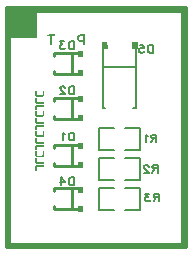
<source format=gbo>
G04 Layer: BottomSilkscreenLayer*
G04 EasyEDA Pro v1.9.29, 2023-03-16 20:55:29*
G04 Gerber Generator version 0.3*
G04 Scale: 100 percent, Rotated: No, Reflected: No*
G04 Dimensions in millimeters*
G04 Leading zeros omitted, absolute positions, 3 integers and 3 decimals*
%FSLAX33Y33*%
%MOMM*%
%ADD10C,0.1524*%
%ADD11C,0.254*%
%ADD12C,0.0254*%
%ADD13C,0.399999*%
%ADD14C,0.00508*%
G75*


G04 Text Start*
G04 //text: P*
G36*
G01X6474Y18029D02*
G01X6250Y18028D01*
G01X6236Y18027D01*
G01X6220Y18025D01*
G01X6208Y18023D01*
G01X6178Y18017D01*
G01X6164Y18012D01*
G01X6145Y18006D01*
G01X6137Y18001D01*
G01X6114Y17988D01*
G01X6106Y17982D01*
G01X6102Y17980D01*
G01X6098Y17976D01*
G01X6090Y17970D01*
G01X6085Y17965D01*
G01X6078Y17957D01*
G01X6073Y17952D01*
G01X6069Y17949D01*
G01X6066Y17947D01*
G01X6061Y17941D01*
G01X6058Y17936D01*
G01X6045Y17914D01*
G01X6041Y17907D01*
G01X6029Y17882D01*
G01X6025Y17871D01*
G01X6019Y17854D01*
G01X6017Y17846D01*
G01X6014Y17828D01*
G01X6012Y17818D01*
G01X6010Y17808D01*
G01X6009Y17797D01*
G01X6008Y17790D01*
G01X6007Y17785D01*
G01X6006Y17774D01*
G01Y17737D01*
G01Y17712D01*
G01X6183D01*
G01Y17744D01*
G01X6185Y17759D01*
G01X6186Y17767D01*
G01X6187Y17779D01*
G01X6190Y17790D01*
G01X6194Y17806D01*
G01X6195Y17811D01*
G01X6197Y17815D01*
G01X6200Y17820D01*
G01X6203Y17827D01*
G01X6207Y17836D01*
G01X6213Y17846D01*
G01X6218Y17850D01*
G01X6220Y17852D01*
G01X6221D01*
G01X6222Y17853D01*
G01X6225Y17854D01*
G01X6232Y17855D01*
G01X6241Y17856D01*
G01X6265Y17858D01*
G01X6360Y17860D01*
G01X6487Y17859D01*
G01X6498Y17858D01*
G01X6510Y17856D01*
G01Y17726D01*
G01X6508Y17628D01*
G01X6506Y17603D01*
G01X6505Y17596D01*
G01X6504Y17594D01*
G01X6499Y17592D01*
G01X6496Y17590D01*
G01X6495D01*
G01X6488Y17589D01*
G01X6379Y17588D01*
G01X6329D01*
G01X6257Y17590D01*
G01X6251D01*
G01X6245Y17591D01*
G01X6239Y17592D01*
G01X6233Y17594D01*
G01X6226Y17597D01*
G01X6216Y17603D01*
G01X6212Y17607D01*
G01X6207Y17614D01*
G01X6204Y17618D01*
G01X6202Y17622D01*
G01X6201Y17625D01*
G01X6198Y17631D01*
G01X6194Y17639D01*
G01X6192Y17643D01*
G01X6190Y17650D01*
G01X6187Y17663D01*
G01X6186Y17673D01*
G01X6184Y17679D01*
G01X6183Y17688D01*
G01Y17712D01*
G01X6006D01*
G01X6007Y17690D01*
G01X6008Y17676D01*
G01X6011Y17645D01*
G01X6015Y17622D01*
G01X6017Y17612D01*
G01X6021Y17599D01*
G01X6024Y17585D01*
G01X6027Y17576D01*
G01X6033Y17564D01*
G01X6036Y17552D01*
G01X6039Y17546D01*
G01X6045Y17536D01*
G01X6051Y17525D01*
G01X6055Y17519D01*
G01X6058Y17516D01*
G01X6062Y17510D01*
G01X6070Y17499D01*
G01X6073Y17495D01*
G01X6075Y17491D01*
G01X6081Y17487D01*
G01X6086Y17482D01*
G01X6089Y17478D01*
G01X6092Y17475D01*
G01X6098Y17471D01*
G01X6111Y17462D01*
G01X6124Y17453D01*
G01X6128Y17450D01*
G01X6133Y17448D01*
G01X6138Y17446D01*
G01X6157Y17438D01*
G01X6173Y17432D01*
G01X6181Y17430D01*
G01X6199Y17427D01*
G01X6209Y17425D01*
G01X6212Y17424D01*
G01X6213D01*
G01X6219D01*
G01X6356Y17422D01*
G01X6430D01*
G01X6490Y17420D01*
G01X6498Y17419D01*
G01X6500D01*
G01X6502Y17418D01*
G01X6503Y17417D01*
G01Y17416D01*
G01X6504Y17414D01*
G01X6505Y17408D01*
G01X6506Y17400D01*
G01X6508Y17377D01*
G01X6510Y17267D01*
G01X6511Y17129D01*
G01X6512Y17111D01*
G01X6514Y17099D01*
G01X6604D01*
G01X6683Y17100D01*
G01X6695Y17101D01*
G01X6697D01*
G01Y17104D01*
G01X6699Y17556D01*
G01X6697Y18010D01*
G01Y18019D01*
G01X6695Y18029D01*
G37*
G04 //text: T*
G36*
G01X3888Y17101D02*
G01X3886Y17101D01*
G01X3874Y17100D01*
G01X3793Y17099D01*
G01X3701D01*
G01Y17856D01*
G01X3689Y17858D01*
G01X3680Y17859D01*
G01X3575Y17860D01*
G01X3505Y17861D01*
G01X3485Y17862D01*
G01X3476Y17864D01*
G01X3470Y17865D01*
G01X3467Y17866D01*
G01X3466D01*
G01X3465Y17867D01*
G01Y17868D01*
G01X3464Y17871D01*
G01X3463Y17876D01*
G01X3462Y17892D01*
G01X3461Y17948D01*
G01Y17989D01*
G01X3463Y18004D01*
G01X3464Y18012D01*
G01X3465Y18019D01*
G01X3466Y18022D01*
G01X3467Y18023D01*
G01Y18024D01*
G01X3468Y18025D01*
G01X3471Y18026D01*
G01X3483D01*
G01X3799Y18029D01*
G01X4122D01*
G01X4124Y18019D01*
G01X4125Y18016D01*
G01X4126Y17994D01*
G01Y17936D01*
G01Y17864D01*
G01X4115Y17861D01*
G01X4106D01*
G01X4000Y17860D01*
G01X3894D01*
G01X3892Y17850D01*
G01Y17842D01*
G01X3890Y17472D01*
G01X3888Y17105D01*
G01Y17102D01*
G01Y17101D01*
G37*
G04 //text: JLCJLCJLCJLC*
G36*
G01X2455Y9518D02*
G01X2455Y9520D01*
G01X2454Y9531D01*
G01X2453Y9690D01*
G01Y9857D01*
G01X2462Y9858D01*
G01X2465Y9859D01*
G01X2483Y9860D01*
G01X2530D01*
G01X2590D01*
G01X2592Y9850D01*
G01X2593Y9833D01*
G01Y9700D01*
G01X2594Y9557D01*
G01X2595Y9552D01*
G01X2597Y9546D01*
G01X2599Y9534D01*
G01X2601Y9529D01*
G01X2603Y9526D01*
G01X2610Y9515D01*
G01X2614Y9510D01*
G01X2621Y9505D01*
G01X2625Y9501D01*
G01X2629Y9496D01*
G01X2631Y9494D01*
G01X2634Y9493D01*
G01X2640Y9491D01*
G01X2646Y9488D01*
G01X2650Y9486D01*
G01X2653Y9484D01*
G01X2658Y9483D01*
G01X2668Y9482D01*
G01X2679Y9481D01*
G01X2842Y9480D01*
G01X3000Y9481D01*
G01X3005Y9482D01*
G01X3011Y9483D01*
G01X3022Y9486D01*
G01X3030Y9488D01*
G01X3042Y9494D01*
G01X3052Y9498D01*
G01X3057Y9501D01*
G01X3059Y9503D01*
G01X3066Y9508D01*
G01X3071Y9512D01*
G01X3073Y9515D01*
G01X3076Y9518D01*
G01X3078Y9522D01*
G01X3087Y9535D01*
G01X3090Y9541D01*
G01X3093Y9550D01*
G01X3094Y9552D01*
G01Y9559D01*
G01X3096Y9604D01*
G01X3097Y9707D01*
G01X3099Y9822D01*
G01X3100Y9842D01*
G01X3101Y9852D01*
G01X3102Y9854D01*
G01Y9855D01*
G01X3103Y9856D01*
G01Y9857D01*
G01X3106D01*
G01X3110Y9858D01*
G01X3124Y9859D01*
G01X3172Y9860D01*
G01X3211Y9859D01*
G01X3223Y9858D01*
G01X3231Y9857D01*
G01X3234Y9856D01*
G01X3236D01*
G01Y9855D01*
G01X3237D01*
G01Y9854D01*
G01Y9851D01*
G01X3238Y9837D01*
G01X3240Y9688D01*
G01X3239Y9527D01*
G01X3238Y9522D01*
G01Y9519D01*
G01X3236Y9509D01*
G01X3234Y9497D01*
G01X3233Y9492D01*
G01X3231Y9485D01*
G01X3227Y9477D01*
G01X3224Y9467D01*
G01X3222Y9460D01*
G01X3220Y9457D01*
G01X3213Y9443D01*
G01X3210Y9437D01*
G01X3198Y9418D01*
G01X3196Y9414D01*
G01X3192Y9410D01*
G01X3190Y9408D01*
G01X3186Y9405D01*
G01X3184Y9403D01*
G01X3183Y9401D01*
G01X3181Y9396D01*
G01X3179Y9394D01*
G01X3177Y9392D01*
G01X3173Y9388D01*
G01X3168Y9384D01*
G01X3165Y9379D01*
G01X3162Y9377D01*
G01X3159Y9374D01*
G01X3149Y9368D01*
G01X3144Y9364D01*
G01X3137Y9358D01*
G01X3123Y9348D01*
G01X3120Y9346D01*
G01X3116Y9344D01*
G01X3112Y9342D01*
G01X3108Y9340D01*
G01X3092Y9334D01*
G01X3090Y9333D01*
G01X3068Y9327D01*
G01X3059Y9324D01*
G01X3049Y9323D01*
G01X3042Y9322D01*
G01X3012Y9318D01*
G01X3001D01*
G01X2832Y9317D01*
G01X2667Y9318D01*
G01X2662D01*
G01X2659Y9319D01*
G01X2653Y9320D01*
G01X2644D01*
G01X2638Y9322D01*
G01X2623Y9327D01*
G01X2607Y9333D01*
G01X2599Y9336D01*
G01X2593Y9339D01*
G01X2586Y9343D01*
G01X2574Y9348D01*
G01X2570Y9350D01*
G01X2567Y9353D01*
G01X2552Y9363D01*
G01X2542Y9370D01*
G01X2538Y9373D01*
G01X2530Y9380D01*
G01X2525Y9385D01*
G01X2518Y9390D01*
G01X2516Y9392D01*
G01X2514Y9394D01*
G01X2513Y9396D01*
G01X2511Y9401D01*
G01X2509Y9403D01*
G01X2507Y9405D01*
G01X2503Y9409D01*
G01X2500Y9411D01*
G01X2498Y9414D01*
G01X2494Y9422D01*
G01X2491Y9427D01*
G01X2486Y9433D01*
G01X2484Y9437D01*
G01X2482Y9441D01*
G01X2475Y9457D01*
G01X2470Y9467D01*
G01X2466Y9482D01*
G01X2455Y9518D01*
G37*
G36*
G01X2455Y11222D02*
G01X2455Y11223D01*
G01X2454Y11234D01*
G01X2453Y11393D01*
G01Y11560D01*
G01X2462Y11562D01*
G01X2465D01*
G01X2483Y11563D01*
G01X2530D01*
G01X2590D01*
G01X2592Y11553D01*
G01X2593Y11537D01*
G01Y11403D01*
G01X2594Y11260D01*
G01X2595Y11256D01*
G01X2597Y11249D01*
G01X2599Y11238D01*
G01X2601Y11233D01*
G01X2603Y11230D01*
G01X2610Y11218D01*
G01X2614Y11214D01*
G01X2621Y11208D01*
G01X2625Y11204D01*
G01X2629Y11199D01*
G01X2631Y11198D01*
G01X2634Y11196D01*
G01X2640Y11194D01*
G01X2646Y11192D01*
G01X2650Y11189D01*
G01X2653Y11188D01*
G01X2658Y11186D01*
G01X2668Y11185D01*
G01X2679Y11184D01*
G01X2842Y11183D01*
G01X3000Y11185D01*
G01X3005D01*
G01X3011Y11187D01*
G01X3022Y11189D01*
G01X3030Y11192D01*
G01X3042Y11198D01*
G01X3052Y11202D01*
G01X3057Y11204D01*
G01X3059Y11206D01*
G01X3066Y11212D01*
G01X3071Y11215D01*
G01X3073Y11218D01*
G01X3076Y11221D01*
G01X3078Y11225D01*
G01X3087Y11238D01*
G01X3090Y11245D01*
G01X3093Y11253D01*
G01X3094Y11255D01*
G01Y11262D01*
G01X3096Y11308D01*
G01X3097Y11410D01*
G01X3099Y11525D01*
G01X3100Y11545D01*
G01X3101Y11555D01*
G01X3102Y11558D01*
G01Y11559D01*
G01X3103D01*
G01Y11560D01*
G01X3106Y11561D01*
G01X3110D01*
G01X3124Y11563D01*
G01X3172D01*
G01X3211D01*
G01X3223Y11562D01*
G01X3231Y11561D01*
G01X3234Y11560D01*
G01X3236Y11559D01*
G01X3237Y11558D01*
G01Y11557D01*
G01Y11555D01*
G01X3238Y11540D01*
G01X3240Y11392D01*
G01X3239Y11230D01*
G01X3238Y11225D01*
G01Y11222D01*
G01X3236Y11213D01*
G01X3234Y11200D01*
G01X3233Y11195D01*
G01X3231Y11188D01*
G01X3227Y11180D01*
G01X3224Y11170D01*
G01X3222Y11163D01*
G01X3220Y11160D01*
G01X3213Y11147D01*
G01X3210Y11140D01*
G01X3198Y11122D01*
G01X3196Y11118D01*
G01X3192Y11113D01*
G01X3190Y11111D01*
G01X3186Y11108D01*
G01X3184Y11106D01*
G01X3183Y11104D01*
G01X3181Y11099D01*
G01X3179Y11097D01*
G01X3177Y11095D01*
G01X3173Y11092D01*
G01X3168Y11087D01*
G01X3165Y11083D01*
G01X3162Y11080D01*
G01X3159Y11078D01*
G01X3149Y11071D01*
G01X3144Y11068D01*
G01X3137Y11062D01*
G01X3123Y11052D01*
G01X3120Y11049D01*
G01X3116Y11047D01*
G01X3112Y11045D01*
G01X3108Y11043D01*
G01X3092Y11038D01*
G01X3090Y11037D01*
G01X3068Y11030D01*
G01X3059Y11028D01*
G01X3049Y11026D01*
G01X3042Y11025D01*
G01X3012Y11022D01*
G01X3001Y11021D01*
G01X2832Y11020D01*
G01X2667Y11021D01*
G01X2662Y11022D01*
G01X2659D01*
G01X2653Y11023D01*
G01X2644Y11024D01*
G01X2638Y11025D01*
G01X2623Y11030D01*
G01X2607Y11036D01*
G01X2599Y11039D01*
G01X2593Y11043D01*
G01X2586Y11047D01*
G01X2574Y11052D01*
G01X2570Y11054D01*
G01X2567Y11056D01*
G01X2552Y11067D01*
G01X2542Y11074D01*
G01X2538Y11077D01*
G01X2530Y11084D01*
G01X2525Y11088D01*
G01X2518Y11093D01*
G01X2516Y11095D01*
G01X2514Y11097D01*
G01X2513Y11099D01*
G01X2511Y11104D01*
G01X2509Y11106D01*
G01X2507Y11108D01*
G01X2503Y11112D01*
G01X2500Y11114D01*
G01X2498Y11117D01*
G01X2494Y11125D01*
G01X2491Y11130D01*
G01X2486Y11137D01*
G01X2484Y11140D01*
G01X2482Y11144D01*
G01X2475Y11160D01*
G01X2470Y11170D01*
G01X2466Y11186D01*
G01X2455Y11222D01*
G37*
G36*
G01X2457Y12918D02*
G01X2456Y12920D01*
G01Y12928D01*
G01X2454Y13023D01*
G01X2453Y13097D01*
G01Y13263D01*
G01X2465Y13265D01*
G01X2471Y13266D01*
G01X2502Y13267D01*
G01X2532D01*
G01X2565Y13266D01*
G01X2576Y13265D01*
G01X2585Y13264D01*
G01X2587Y13263D01*
G01X2589D01*
G01Y13262D01*
G01X2590D01*
G01Y13260D01*
G01X2591Y13258D01*
G01X2592Y13245D01*
G01X2593Y13110D01*
G01X2594Y12964D01*
G01X2595Y12959D01*
G01X2597Y12953D01*
G01X2599Y12941D01*
G01X2601Y12936D01*
G01X2603Y12933D01*
G01X2610Y12922D01*
G01X2612Y12919D01*
G01X2616Y12914D01*
G01X2621Y12909D01*
G01X2628Y12904D01*
G01X2632Y12902D01*
G01X2638Y12898D01*
G01X2644Y12895D01*
G01X2648Y12893D01*
G01X2655Y12891D01*
G01X2661Y12889D01*
G01X2665Y12888D01*
G01X2685Y12885D01*
G01X2690D01*
G01X2830Y12883D01*
G01X2963Y12884D01*
G01X2968Y12885D01*
G01X2971Y12886D01*
G01X2976D01*
G01X2988Y12887D01*
G01X2998D01*
G01X3005Y12888D01*
G01X3025Y12893D01*
G01X3033Y12896D01*
G01X3040Y12898D01*
G01X3043Y12900D01*
G01X3052Y12905D01*
G01X3058Y12908D01*
G01X3062Y12911D01*
G01X3067Y12915D01*
G01X3069Y12917D01*
G01X3072Y12921D01*
G01X3076Y12925D01*
G01X3081Y12929D01*
G01X3083Y12931D01*
G01X3084Y12934D01*
G01X3086Y12940D01*
G01X3088Y12946D01*
G01X3092Y12951D01*
G01X3093Y12955D01*
G01X3094Y12960D01*
G01X3095Y12965D01*
G01Y12970D01*
G01X3097Y13118D01*
G01X3098Y13229D01*
G01X3100Y13248D01*
G01X3101Y13255D01*
G01X3102Y13260D01*
G01Y13262D01*
G01X3103Y13263D01*
G01X3106Y13264D01*
G01X3110Y13265D01*
G01X3124Y13266D01*
G01X3172Y13267D01*
G01X3206Y13266D01*
G01X3219Y13265D01*
G01X3225Y13264D01*
G01X3231Y13263D01*
G01X3234Y13262D01*
G01X3235Y13261D01*
G01X3236D01*
G01X3237Y13260D01*
G01Y13259D01*
G01Y13256D01*
G01X3238Y13241D01*
G01X3240Y13093D01*
G01X3239Y12933D01*
G01X3238Y12929D01*
G01Y12928D01*
G01Y12926D01*
G01X3237Y12920D01*
G01X3236Y12910D01*
G01X3235Y12905D01*
G01X3230Y12890D01*
G01X3224Y12874D01*
G01X3217Y12855D01*
G01X3215Y12851D01*
G01X3213Y12847D01*
G01X3211Y12843D01*
G01X3203Y12833D01*
G01X3195Y12819D01*
G01X3191Y12814D01*
G01X3185Y12807D01*
G01X3182Y12803D01*
G01X3177Y12798D01*
G01X3170Y12793D01*
G01X3165Y12786D01*
G01X3161Y12782D01*
G01X3149Y12773D01*
G01X3145Y12770D01*
G01X3137Y12764D01*
G01X3115Y12750D01*
G01X3109Y12747D01*
G01X3102Y12743D01*
G01X3093Y12740D01*
G01X3082Y12737D01*
G01X3070Y12734D01*
G01X3051Y12730D01*
G01X3042Y12728D01*
G01X3036Y12727D01*
G01X3024Y12726D01*
G01X3020Y12725D01*
G01X3018D01*
G01X3017D01*
G01X2998Y12724D01*
G01X2837Y12723D01*
G01X2660Y12725D01*
G01X2655D01*
G01X2652Y12726D01*
G01X2645Y12728D01*
G01X2635Y12729D01*
G01X2631Y12730D01*
G01X2627Y12732D01*
G01X2617Y12736D01*
G01X2607Y12739D01*
G01X2600Y12742D01*
G01X2597Y12743D01*
G01X2583Y12750D01*
G01X2577Y12753D01*
G01X2558Y12765D01*
G01X2552Y12769D01*
G01X2542Y12777D01*
G01X2525Y12790D01*
G01X2521Y12793D01*
G01X2518Y12796D01*
G01X2514Y12800D01*
G01X2506Y12811D01*
G01X2503Y12815D01*
G01X2497Y12823D01*
G01X2483Y12845D01*
G01X2480Y12851D01*
G01X2477Y12858D01*
G01X2470Y12875D01*
G01X2467Y12884D01*
G01X2463Y12895D01*
G01X2457Y12918D01*
G37*
G36*
G01X2457Y7808D02*
G01X2456Y7810D01*
G01Y7818D01*
G01X2454Y7913D01*
G01X2453Y7987D01*
G01Y8153D01*
G01X2462Y8155D01*
G01X2465D01*
G01X2483Y8156D01*
G01X2530Y8157D01*
G01X2590D01*
G01X2592Y8147D01*
G01X2593Y8130D01*
G01Y7998D01*
G01X2594Y7857D01*
G01X2595Y7852D01*
G01X2597Y7846D01*
G01X2599Y7834D01*
G01X2601Y7829D01*
G01X2603Y7826D01*
G01X2607Y7820D01*
G01X2612Y7810D01*
G01X2614Y7808D01*
G01X2616Y7805D01*
G01X2623Y7800D01*
G01X2627Y7797D01*
G01X2629Y7795D01*
G01X2634Y7792D01*
G01X2644Y7788D01*
G01X2650Y7784D01*
G01X2653Y7783D01*
G01X2657Y7781D01*
G01X2662Y7780D01*
G01X2672Y7778D01*
G01X2682D01*
G01X2838Y7777D01*
G01X2990Y7778D01*
G01X2994D01*
G01X2995D01*
G01X2998Y7779D01*
G01X3006Y7781D01*
G01X3017Y7783D01*
G01X3022Y7784D01*
G01X3028Y7786D01*
G01X3037Y7790D01*
G01X3046Y7793D01*
G01X3049Y7794D01*
G01X3051Y7795D01*
G01X3055Y7798D01*
G01X3062Y7803D01*
G01X3064Y7805D01*
G01X3069Y7809D01*
G01X3075Y7815D01*
G01X3080Y7822D01*
G01X3087Y7832D01*
G01X3090Y7838D01*
G01X3093Y7847D01*
G01X3094Y7848D01*
G01Y7855D01*
G01X3096Y7901D01*
G01X3097Y8003D01*
G01X3098Y8128D01*
G01X3100Y8143D01*
G01Y8150D01*
G01X3101Y8152D01*
G01Y8153D01*
G01X3102D01*
G01X3104Y8154D01*
G01X3108Y8155D01*
G01X3122Y8156D01*
G01X3172Y8157D01*
G01X3237D01*
G01X3239Y8147D01*
G01Y8121D01*
G01X3240Y7982D01*
G01X3239Y7823D01*
G01X3238Y7819D01*
G01Y7818D01*
G01Y7815D01*
G01X3236Y7807D01*
G01X3233Y7792D01*
G01X3232Y7785D01*
G01X3227Y7772D01*
G01X3220Y7755D01*
G01X3218Y7749D01*
G01X3214Y7743D01*
G01X3210Y7736D01*
G01X3204Y7725D01*
G01X3201Y7720D01*
G01X3188Y7703D01*
G01X3184Y7698D01*
G01X3179Y7695D01*
G01X3178Y7693D01*
G01X3176Y7691D01*
G01X3174Y7686D01*
G01X3172Y7683D01*
G01X3169Y7681D01*
G01X3161Y7676D01*
G01X3157Y7672D01*
G01X3154Y7670D01*
G01X3151Y7666D01*
G01X3149Y7664D01*
G01X3146Y7662D01*
G01X3138Y7657D01*
G01X3134Y7654D01*
G01X3131Y7652D01*
G01X3129Y7650D01*
G01X3122Y7645D01*
G01X3115Y7641D01*
G01X3109Y7638D01*
G01X3105Y7637D01*
G01X3089Y7631D01*
G01X3079Y7628D01*
G01X3072Y7626D01*
G01X3058Y7623D01*
G01X3049Y7621D01*
G01X3039Y7619D01*
G01X3032Y7618D01*
G01X3020D01*
G01X2833Y7617D01*
G01X2649Y7618D01*
G01X2645D01*
G01X2639Y7620D01*
G01X2628Y7623D01*
G01X2620Y7625D01*
G01X2611Y7629D01*
G01X2600Y7633D01*
G01X2593Y7636D01*
G01X2586Y7639D01*
G01X2572Y7648D01*
G01X2555Y7658D01*
G01X2549Y7662D01*
G01X2544Y7666D01*
G01X2537Y7672D01*
G01X2533Y7675D01*
G01X2528Y7679D01*
G01X2523Y7686D01*
G01X2516Y7692D01*
G01X2512Y7696D01*
G01X2507Y7703D01*
G01X2502Y7708D01*
G01X2497Y7715D01*
G01X2490Y7725D01*
G01X2487Y7731D01*
G01X2481Y7744D01*
G01X2478Y7750D01*
G01X2475Y7754D01*
G01X2473Y7758D01*
G01X2470Y7767D01*
G01X2463Y7787D01*
G01X2457Y7808D01*
G37*
G36*
G01X2455Y10608D02*
G01X2455Y10610D01*
G01X2454Y10629D01*
G01X2453Y10793D01*
G01Y10973D01*
G01X2462Y10975D01*
G01X2465D01*
G01X2483Y10976D01*
G01X2530Y10977D01*
G01X2590D01*
G01X2592Y10967D01*
G01X2593Y10949D01*
G01Y10808D01*
G01X2595Y10657D01*
G01Y10652D01*
G01X2597Y10646D01*
G01X2601Y10638D01*
G01X2602Y10637D01*
G01X2605Y10634D01*
G01X2608Y10632D01*
G01X2612Y10630D01*
G01X2618Y10628D01*
G01X2624Y10626D01*
G01X2628Y10625D01*
G01X2635D01*
G01X2937Y10623D01*
G01X3237D01*
G01X3238Y10615D01*
G01X3239Y10612D01*
G01X3240Y10591D01*
G01Y10537D01*
G01Y10467D01*
G01X3232Y10465D01*
G01X3225D01*
G01X2915Y10463D01*
G01X2605Y10465D01*
G01X2602D01*
G01X2599Y10466D01*
G01X2593Y10467D01*
G01X2584D01*
G01X2573Y10470D01*
G01X2561Y10473D01*
G01X2553Y10475D01*
G01X2541Y10481D01*
G01X2531Y10485D01*
G01X2527Y10487D01*
G01X2523Y10489D01*
G01X2508Y10500D01*
G01X2504Y10504D01*
G01X2498Y10511D01*
G01X2494Y10515D01*
G01X2489Y10518D01*
G01X2488Y10520D01*
G01X2486Y10523D01*
G01X2484Y10528D01*
G01X2482Y10533D01*
G01X2477Y10541D01*
G01X2468Y10560D01*
G01X2464Y10569D01*
G01X2463Y10574D01*
G01X2460Y10592D01*
G01X2458Y10598D01*
G01X2455Y10608D01*
G37*
G36*
G01X2455Y12312D02*
G01X2455Y12313D01*
G01X2454Y12332D01*
G01X2453Y12497D01*
G01Y12677D01*
G01X2462Y12678D01*
G01X2465Y12679D01*
G01X2483Y12680D01*
G01X2530D01*
G01X2590D01*
G01X2592Y12670D01*
G01X2593Y12652D01*
G01Y12512D01*
G01X2595Y12360D01*
G01Y12356D01*
G01Y12355D01*
G01X2597Y12350D01*
G01X2601Y12342D01*
G01X2603Y12339D01*
G01X2605Y12336D01*
G01X2608Y12334D01*
G01X2613Y12332D01*
G01X2621Y12329D01*
G01X2625Y12328D01*
G01X2632D01*
G01X2935Y12327D01*
G01X3237D01*
G01X3238Y12318D01*
G01X3239Y12315D01*
G01X3240Y12295D01*
G01Y12240D01*
G01Y12170D01*
G01X3232Y12168D01*
G01X3225D01*
G01X2912Y12167D01*
G01X2598Y12168D01*
G01X2595D01*
G01X2592Y12169D01*
G01X2584Y12171D01*
G01X2568Y12173D01*
G01X2562Y12175D01*
G01X2548Y12180D01*
G01X2532Y12187D01*
G01X2525Y12190D01*
G01X2522Y12192D01*
G01X2518Y12195D01*
G01X2512Y12200D01*
G01X2507Y12204D01*
G01X2502Y12211D01*
G01X2497Y12215D01*
G01X2493Y12219D01*
G01X2490Y12221D01*
G01X2488Y12224D01*
G01X2483Y12233D01*
G01X2478Y12241D01*
G01X2477Y12244D01*
G01X2468Y12263D01*
G01X2464Y12272D01*
G01X2463Y12277D01*
G01X2460Y12295D01*
G01X2458Y12302D01*
G01X2455Y12312D01*
G37*
G36*
G01X2457Y7193D02*
G01X2456Y7196D01*
G01Y7204D01*
G01X2453Y7344D01*
G01Y7387D01*
G01Y7567D01*
G01X2462Y7568D01*
G01X2465Y7569D01*
G01X2483Y7570D01*
G01X2530D01*
G01X2590D01*
G01X2592Y7560D01*
G01X2593Y7542D01*
G01Y7402D01*
G01X2595Y7250D01*
G01Y7246D01*
G01Y7245D01*
G01X2598Y7239D01*
G01X2602Y7232D01*
G01X2603Y7230D01*
G01X2605Y7228D01*
G01X2606Y7226D01*
G01X2608Y7225D01*
G01X2611Y7224D01*
G01X2616Y7222D01*
G01X2618D01*
G01X2626Y7221D01*
G01X2932Y7220D01*
G01X3208Y7217D01*
G01X3227Y7215D01*
G01X3234Y7214D01*
G01X3235D01*
G01X3236D01*
G01X3237Y7213D01*
G01Y7211D01*
G01X3238Y7206D01*
G01X3239Y7190D01*
G01X3240Y7133D01*
G01Y7060D01*
G01X3228Y7058D01*
G01X3221D01*
G01X2918Y7057D01*
G01X2618Y7058D01*
G01X2615D01*
G01X2612Y7059D01*
G01X2605Y7060D01*
G01X2591D01*
G01X2586Y7061D01*
G01X2582Y7063D01*
G01X2575Y7064D01*
G01X2565Y7066D01*
G01X2561Y7067D01*
G01X2557Y7068D01*
G01X2547Y7073D01*
G01X2538Y7075D01*
G01X2535Y7077D01*
G01X2532Y7078D01*
G01X2520Y7087D01*
G01X2508Y7094D01*
G01X2503Y7098D01*
G01X2501Y7100D01*
G01X2495Y7108D01*
G01X2492Y7112D01*
G01X2490Y7115D01*
G01X2485Y7122D01*
G01X2477Y7135D01*
G01X2473Y7141D01*
G01X2470Y7150D01*
G01X2463Y7170D01*
G01X2459Y7184D01*
G01X2457Y7193D01*
G37*
G36*
G01X2455Y8905D02*
G01X2455Y8906D01*
G01X2454Y8925D01*
G01X2453Y9090D01*
G01Y9270D01*
G01X2462Y9272D01*
G01X2465D01*
G01X2483Y9273D01*
G01X2530D01*
G01X2590D01*
G01X2592Y9263D01*
G01X2593Y9246D01*
G01Y9105D01*
G01X2595Y8953D01*
G01Y8949D01*
G01Y8948D01*
G01X2597Y8943D01*
G01X2601Y8935D01*
G01X2602Y8934D01*
G01X2605Y8931D01*
G01X2608Y8929D01*
G01X2612Y8927D01*
G01X2618Y8924D01*
G01X2624Y8923D01*
G01X2628Y8922D01*
G01X2635Y8921D01*
G01X2937Y8920D01*
G01X3237D01*
G01X3238Y8912D01*
G01X3239Y8909D01*
G01X3240Y8888D01*
G01Y8833D01*
G01Y8763D01*
G01X3232Y8762D01*
G01X3225Y8761D01*
G01X2915Y8760D01*
G01X2605Y8761D01*
G01X2602Y8762D01*
G01X2599D01*
G01X2593Y8763D01*
G01X2584Y8764D01*
G01X2573Y8767D01*
G01X2561Y8769D01*
G01X2553Y8772D01*
G01X2541Y8778D01*
G01X2531Y8782D01*
G01X2527Y8784D01*
G01X2523Y8786D01*
G01X2508Y8797D01*
G01X2504Y8800D01*
G01X2498Y8807D01*
G01X2494Y8812D01*
G01X2489Y8815D01*
G01X2488Y8817D01*
G01X2486Y8819D01*
G01X2484Y8824D01*
G01X2482Y8829D01*
G01X2477Y8838D01*
G01X2468Y8857D01*
G01X2464Y8866D01*
G01X2463Y8870D01*
G01X2460Y8888D01*
G01X2458Y8895D01*
G01X2455Y8905D01*
G37*
G36*
G01X2515Y9913D02*
G01X2453Y9913D01*
G01Y10027D01*
G01X2454Y10139D01*
G01X2455Y10144D01*
G01Y10145D01*
G01X2456Y10148D01*
G01X2457Y10154D01*
G01Y10166D01*
G01X2458Y10170D01*
G01X2459Y10175D01*
G01X2461Y10184D01*
G01X2463Y10201D01*
G01X2465Y10208D01*
G01X2477Y10243D01*
G01X2479Y10250D01*
G01X2483Y10257D01*
G01X2487Y10264D01*
G01X2492Y10276D01*
G01X2494Y10280D01*
G01X2496Y10283D01*
G01X2507Y10298D01*
G01X2514Y10308D01*
G01X2520Y10316D01*
G01X2523Y10319D01*
G01X2527Y10322D01*
G01X2533Y10327D01*
G01X2539Y10332D01*
G01X2541Y10334D01*
G01X2548Y10338D01*
G01X2568Y10350D01*
G01X2581Y10356D01*
G01X2587Y10359D01*
G01X2591Y10362D01*
G01X2594Y10363D01*
G01X2598Y10364D01*
G01X2609Y10367D01*
G01X2621Y10370D01*
G01X2628Y10372D01*
G01X2648Y10375D01*
G01X2675Y10378D01*
G01X2690Y10379D01*
G01X2962Y10380D01*
G01X3217Y10377D01*
G01X3230Y10376D01*
G01X3235D01*
G01X3236Y10375D01*
G01X3237D01*
G01Y10373D01*
G01X3238Y10368D01*
G01X3239Y10353D01*
G01X3240Y10297D01*
G01Y10223D01*
G01X3232Y10220D01*
G01X3230D01*
G01X3219Y10219D01*
G01X2942Y10217D01*
G01X2666Y10214D01*
G01X2656D01*
G01X2655Y10213D01*
G01X2642Y10205D01*
G01X2638Y10203D01*
G01X2633Y10199D01*
G01X2631Y10196D01*
G01X2628Y10193D01*
G01X2626Y10191D01*
G01X2624Y10189D01*
G01X2619Y10187D01*
G01X2618Y10186D01*
G01X2616Y10184D01*
G01X2614Y10179D01*
G01X2613Y10177D01*
G01X2611Y10175D01*
G01X2606Y10171D01*
G01X2604Y10169D01*
G01X2603Y10166D01*
G01X2601Y10160D01*
G01X2598Y10153D01*
G01X2597Y10150D01*
G01X2596Y10149D01*
G01X2595Y10140D01*
G01X2594Y10100D01*
G01X2593Y10030D01*
G01Y9917D01*
G01X2585Y9915D01*
G01X2582D01*
G01X2563Y9914D01*
G01X2515Y9913D01*
G37*
G36*
G01X2457Y11615D02*
G01X2456Y11617D01*
G01X2455Y11623D01*
G01X2454Y11680D01*
G01X2453Y11730D01*
G01X2454Y11842D01*
G01X2455Y11848D01*
G01X2456Y11851D01*
G01X2457Y11858D01*
G01Y11869D01*
G01X2458Y11874D01*
G01X2459Y11878D01*
G01X2461Y11886D01*
G01X2463Y11902D01*
G01X2465Y11908D01*
G01X2470Y11925D01*
G01X2474Y11938D01*
G01X2477Y11945D01*
G01X2483Y11962D01*
G01X2486Y11967D01*
G01X2489Y11974D01*
G01X2498Y11988D01*
G01X2502Y11995D01*
G01X2510Y12005D01*
G01X2518Y12016D01*
G01X2522Y12021D01*
G01X2525Y12023D01*
G01X2528Y12026D01*
G01X2537Y12032D01*
G01X2542Y12036D01*
G01X2545Y12038D01*
G01X2548Y12040D01*
G01X2555Y12045D01*
G01X2568Y12053D01*
G01X2575Y12057D01*
G01X2583Y12060D01*
G01X2593Y12063D01*
G01X2602Y12067D01*
G01X2606Y12069D01*
G01X2610Y12070D01*
G01X2628Y12073D01*
G01X2638Y12076D01*
G01X2648Y12078D01*
G01X2655D01*
G01X2670Y12079D01*
G01X2953Y12080D01*
G01X3237D01*
G01X3238Y12072D01*
G01X3239Y12069D01*
G01X3240Y12048D01*
G01Y11993D01*
G01Y11923D01*
G01X3232Y11922D01*
G01X3230Y11921D01*
G01X2943Y11920D01*
G01X2669Y11918D01*
G01X2660Y11917D01*
G01X2659D01*
G01X2658D01*
G01X2653Y11913D01*
G01X2643Y11908D01*
G01X2640Y11906D01*
G01X2632Y11900D01*
G01X2628Y11897D01*
G01X2625Y11894D01*
G01X2621Y11890D01*
G01X2618Y11886D01*
G01X2614Y11882D01*
G01X2609Y11878D01*
G01X2608Y11876D01*
G01X2606Y11874D01*
G01X2604Y11869D01*
G01X2602Y11864D01*
G01X2599Y11860D01*
G01X2598Y11857D01*
G01X2596Y11852D01*
G01X2595Y11842D01*
G01X2594Y11833D01*
G01X2593Y11722D01*
G01Y11617D01*
G01X2582Y11615D01*
G01X2576Y11614D01*
G01X2545D01*
G01X2515Y11613D01*
G01X2465Y11614D01*
G01X2458Y11615D01*
G01X2457D01*
G37*
G36*
G01X2455Y6508D02*
G01X2455Y6510D01*
G01X2454Y6553D01*
G01X2453Y6622D01*
G01X2454Y6732D01*
G01X2455Y6738D01*
G01X2456Y6741D01*
G01X2457Y6749D01*
G01Y6762D01*
G01X2458Y6767D01*
G01X2459Y6771D01*
G01X2461Y6780D01*
G01X2463Y6795D01*
G01X2465Y6802D01*
G01X2477Y6837D01*
G01X2480Y6846D01*
G01X2490Y6867D01*
G01X2493Y6873D01*
G01X2503Y6888D01*
G01X2510Y6898D01*
G01X2517Y6906D01*
G01X2520Y6909D01*
G01X2524Y6912D01*
G01X2527Y6915D01*
G01X2532Y6919D01*
G01X2535Y6924D01*
G01X2537Y6926D01*
G01X2539Y6927D01*
G01X2544Y6929D01*
G01X2546Y6930D01*
G01X2548Y6932D01*
G01X2555Y6937D01*
G01X2562Y6942D01*
G01X2568Y6945D01*
G01X2574Y6948D01*
G01X2578Y6950D01*
G01X2594Y6956D01*
G01X2597Y6957D01*
G01X2618Y6963D01*
G01X2628Y6966D01*
G01X2638Y6967D01*
G01X2664Y6971D01*
G01X2670Y6972D01*
G01X2957Y6973D01*
G01X3237D01*
G01X3238Y6965D01*
G01X3239Y6962D01*
G01X3240Y6941D01*
G01Y6887D01*
G01Y6817D01*
G01X3232Y6815D01*
G01X3230D01*
G01X2948Y6813D01*
G01X2672Y6812D01*
G01X2669D01*
G01X2668D01*
G01X2655Y6807D01*
G01X2651Y6805D01*
G01X2647Y6803D01*
G01X2643Y6800D01*
G01X2628Y6789D01*
G01X2623Y6785D01*
G01X2620Y6782D01*
G01X2618Y6779D01*
G01X2611Y6769D01*
G01X2608Y6764D01*
G01X2605Y6761D01*
G01X2602Y6756D01*
G01X2600Y6752D01*
G01X2598Y6745D01*
G01X2596Y6739D01*
G01X2595Y6734D01*
G01X2594Y6725D01*
G01X2593Y6618D01*
G01Y6510D01*
G01X2585Y6508D01*
G01X2582D01*
G01X2564Y6507D01*
G01X2517D01*
G01X2463D01*
G01X2457Y6508D01*
G01X2455D01*
G37*
G36*
G01X2515Y8210D02*
G01X2453Y8210D01*
G01Y8323D01*
G01X2454Y8435D01*
G01X2455Y8441D01*
G01Y8442D01*
G01X2456Y8444D01*
G01X2457Y8451D01*
G01Y8463D01*
G01X2458Y8467D01*
G01X2459Y8471D01*
G01X2461Y8481D01*
G01X2463Y8498D01*
G01X2465Y8505D01*
G01X2477Y8540D01*
G01X2479Y8547D01*
G01X2483Y8554D01*
G01X2487Y8561D01*
G01X2492Y8572D01*
G01X2494Y8576D01*
G01X2496Y8580D01*
G01X2507Y8595D01*
G01X2514Y8604D01*
G01X2520Y8612D01*
G01X2523Y8615D01*
G01X2527Y8619D01*
G01X2533Y8623D01*
G01X2539Y8628D01*
G01X2541Y8630D01*
G01X2548Y8635D01*
G01X2568Y8647D01*
G01X2581Y8653D01*
G01X2587Y8656D01*
G01X2591Y8658D01*
G01X2594Y8660D01*
G01X2598Y8661D01*
G01X2609Y8663D01*
G01X2621Y8667D01*
G01X2628Y8668D01*
G01X2648Y8672D01*
G01X2675Y8675D01*
G01X2690Y8676D01*
G01X2962Y8677D01*
G01X3217Y8674D01*
G01X3230Y8673D01*
G01X3235Y8672D01*
G01X3236D01*
G01X3237D01*
G01Y8669D01*
G01X3238Y8665D01*
G01X3239Y8650D01*
G01X3240Y8593D01*
G01Y8520D01*
G01X3232Y8517D01*
G01X3230Y8516D01*
G01X3219D01*
G01X2942Y8513D01*
G01X2666Y8511D01*
G01X2656Y8510D01*
G01X2655D01*
G01X2642Y8502D01*
G01X2638Y8499D01*
G01X2633Y8495D01*
G01X2631Y8493D01*
G01X2628Y8489D01*
G01X2626Y8488D01*
G01X2624Y8486D01*
G01X2619Y8484D01*
G01X2618Y8483D01*
G01X2616Y8481D01*
G01X2614Y8476D01*
G01X2613Y8474D01*
G01X2611Y8472D01*
G01X2606Y8468D01*
G01X2604Y8466D01*
G01X2603Y8463D01*
G01X2601Y8457D01*
G01X2598Y8450D01*
G01X2597Y8447D01*
G01X2596Y8445D01*
G01X2595Y8437D01*
G01X2594Y8397D01*
G01X2593Y8327D01*
G01Y8213D01*
G01X2585Y8212D01*
G01X2582Y8211D01*
G01X2563Y8210D01*
G01X2515D01*
G37*
G04 //text: R2*
G54D10*
G01X12824Y6992D02*
G01X12824Y6342D01*
G01X12824Y6992D02*
G01X12544Y6992D01*
G01X12453Y6962D01*
G01X12422Y6931D01*
G01X12389Y6868D01*
G01Y6807D01*
G01X12422Y6746D01*
G01X12453Y6715D01*
G01X12544Y6682D01*
G01X12824D01*
G01X12608Y6682D02*
G01X12389Y6342D01*
G01X12059Y6837D02*
G01X12059Y6868D01*
G01X12026Y6931D01*
G01X11996Y6962D01*
G01X11935Y6992D01*
G01X11810D01*
G01X11749Y6962D01*
G01X11719Y6931D01*
G01X11686Y6868D01*
G01Y6807D01*
G01X11719Y6746D01*
G01X11780Y6652D01*
G01X12090Y6342D01*
G01X11655D01*
G04 //text: R1*
G01X12724Y9542D02*
G01X12724Y8892D01*
G01X12724Y9542D02*
G01X12444Y9542D01*
G01X12353Y9512D01*
G01X12322Y9481D01*
G01X12289Y9418D01*
G01Y9357D01*
G01X12322Y9296D01*
G01X12353Y9265D01*
G01X12444Y9232D01*
G01X12724D01*
G01X12508Y9232D02*
G01X12289Y8892D01*
G01X11990Y9418D02*
G01X11926Y9451D01*
G01X11835Y9542D01*
G01Y8892D01*
G04 //text: D1*
G01X5724Y9709D02*
G01X5724Y9059D01*
G01X5724Y9709D02*
G01X5508Y9709D01*
G01X5414Y9679D01*
G01X5353Y9618D01*
G01X5322Y9554D01*
G01X5289Y9463D01*
G01Y9308D01*
G01X5322Y9214D01*
G01X5353Y9153D01*
G01X5414Y9089D01*
G01X5508Y9059D01*
G01X5724D01*
G01X4990Y9585D02*
G01X4926Y9618D01*
G01X4835Y9709D01*
G01Y9059D01*
G04 //text: D3*
G01X5724Y17442D02*
G01X5724Y16792D01*
G01X5724Y17442D02*
G01X5508Y17442D01*
G01X5414Y17412D01*
G01X5353Y17351D01*
G01X5322Y17287D01*
G01X5289Y17196D01*
G01Y17041D01*
G01X5322Y16947D01*
G01X5353Y16886D01*
G01X5414Y16823D01*
G01X5508Y16792D01*
G01X5724D01*
G01X4926Y17442D02*
G01X4586Y17442D01*
G01X4774Y17196D01*
G01X4680D01*
G01X4619Y17165D01*
G01X4586Y17132D01*
G01X4555Y17041D01*
G01Y16978D01*
G01X4586Y16886D01*
G01X4649Y16823D01*
G01X4741Y16792D01*
G01X4835D01*
G01X4926Y16823D01*
G01X4959Y16856D01*
G01X4990Y16917D01*
G04 //text: D2*
G01X5724Y13642D02*
G01X5724Y12992D01*
G01X5724Y13642D02*
G01X5508Y13642D01*
G01X5414Y13612D01*
G01X5353Y13551D01*
G01X5322Y13487D01*
G01X5289Y13396D01*
G01Y13241D01*
G01X5322Y13147D01*
G01X5353Y13086D01*
G01X5414Y13023D01*
G01X5508Y12992D01*
G01X5724D01*
G01X4959Y13487D02*
G01X4959Y13518D01*
G01X4926Y13581D01*
G01X4896Y13612D01*
G01X4835Y13642D01*
G01X4710D01*
G01X4649Y13612D01*
G01X4619Y13581D01*
G01X4586Y13518D01*
G01Y13457D01*
G01X4619Y13396D01*
G01X4680Y13302D01*
G01X4990Y12992D01*
G01X4555D01*
G04 //text: R3*
G01X12924Y4542D02*
G01X12924Y3892D01*
G01X12924Y4542D02*
G01X12644Y4542D01*
G01X12553Y4512D01*
G01X12522Y4481D01*
G01X12489Y4418D01*
G01Y4357D01*
G01X12522Y4296D01*
G01X12553Y4265D01*
G01X12644Y4232D01*
G01X12924D01*
G01X12708Y4232D02*
G01X12489Y3892D01*
G01X12126Y4542D02*
G01X11786Y4542D01*
G01X11974Y4296D01*
G01X11880D01*
G01X11819Y4265D01*
G01X11786Y4232D01*
G01X11755Y4141D01*
G01Y4078D01*
G01X11786Y3986D01*
G01X11849Y3923D01*
G01X11941Y3892D01*
G01X12035D01*
G01X12126Y3923D01*
G01X12159Y3956D01*
G01X12190Y4017D01*
G04 //text: D4*
G01X5724Y5942D02*
G01X5724Y5292D01*
G01X5724Y5942D02*
G01X5508Y5942D01*
G01X5414Y5912D01*
G01X5353Y5851D01*
G01X5322Y5787D01*
G01X5289Y5696D01*
G01Y5541D01*
G01X5322Y5447D01*
G01X5353Y5386D01*
G01X5414Y5323D01*
G01X5508Y5292D01*
G01X5724D01*
G01X4680Y5942D02*
G01X4990Y5511D01*
G01X4525D01*
G01X4680Y5942D02*
G01X4680Y5292D01*
G04 //text: D5*
G01X12424Y17142D02*
G01X12424Y16492D01*
G01X12424Y17142D02*
G01X12208Y17142D01*
G01X12114Y17112D01*
G01X12053Y17051D01*
G01X12022Y16987D01*
G01X11989Y16896D01*
G01Y16741D01*
G01X12022Y16647D01*
G01X12053Y16586D01*
G01X12114Y16523D01*
G01X12208Y16492D01*
G01X12424D01*
G01X11319Y17142D02*
G01X11626Y17142D01*
G01X11659Y16865D01*
G01X11626Y16896D01*
G01X11535Y16926D01*
G01X11441D01*
G01X11349Y16896D01*
G01X11286Y16832D01*
G01X11255Y16741D01*
G01Y16678D01*
G01X11286Y16586D01*
G01X11349Y16523D01*
G01X11441Y16492D01*
G01X11535D01*
G01X11626Y16523D01*
G01X11659Y16556D01*
G01X11690Y16617D01*
G04 Text End*

G04 PolygonModel Start*
G01X9124Y5733D02*
G01X7839Y5733D01*
G01X7839Y5733D02*
G01X7839Y7567D01*
G01X7839Y7567D02*
G01X9124Y7567D01*
G01X10076Y5733D02*
G01X11361Y5733D01*
G01X11361Y5733D02*
G01X11361Y7567D01*
G01X11361Y7567D02*
G01X10076Y7567D01*
G01X9124Y8283D02*
G01X7839Y8283D01*
G01X7839Y8283D02*
G01X7839Y10117D01*
G01X7839Y10117D02*
G01X9124Y10117D01*
G01X10076Y8283D02*
G01X11361Y8283D01*
G01X11361Y8283D02*
G01X11361Y10117D01*
G01X11361Y10117D02*
G01X10076Y10117D01*
G54D11*
G01X4337Y6911D02*
G01X4084Y6911D01*
G01X4084Y6911D02*
G01X4084Y7165D01*
G01X4211Y8689D02*
G01X4084Y8689D01*
G01X4084Y8689D02*
G01X4084Y8435D01*
G01X5989Y8689D02*
G01X6243Y8689D01*
G01X5828Y6911D02*
G01X6243Y6911D01*
G01X5989Y6911D02*
G01X4211Y6911D01*
G01X5608Y8689D02*
G01X5608Y6911D01*
G01X5989Y8689D02*
G01X4211Y8689D01*
G36*
G01X6116Y6784D02*
G01X6116Y7207D01*
G01X6421D01*
G01Y6784D01*
G01X6116D01*
G37*
G54D12*
G01X6116Y6784D02*
G01X6116Y7207D01*
G01X6421D01*
G01Y6784D01*
G01X6116D01*
G36*
G01X6116Y8816D02*
G01X6116Y8394D01*
G01X6421D01*
G01Y8816D01*
G01X6116D01*
G37*
G01X6116Y8816D02*
G01X6116Y8394D01*
G01X6421D01*
G01Y8816D01*
G01X6116D01*
G54D11*
G01X4337Y14711D02*
G01X4084Y14711D01*
G01X4084Y14711D02*
G01X4084Y14965D01*
G01X4211Y16489D02*
G01X4084Y16489D01*
G01X4084Y16489D02*
G01X4084Y16235D01*
G01X5989Y16489D02*
G01X6243Y16489D01*
G01X5828Y14711D02*
G01X6243Y14711D01*
G01X5989Y14711D02*
G01X4211Y14711D01*
G01X5608Y16489D02*
G01X5608Y14711D01*
G01X5989Y16489D02*
G01X4211Y16489D01*
G36*
G01X6116Y14584D02*
G01X6116Y15007D01*
G01X6421D01*
G01Y14584D01*
G01X6116D01*
G37*
G54D12*
G01X6116Y14584D02*
G01X6116Y15007D01*
G01X6421D01*
G01Y14584D01*
G01X6116D01*
G36*
G01X6116Y16616D02*
G01X6116Y16194D01*
G01X6421D01*
G01Y16616D01*
G01X6116D01*
G37*
G01X6116Y16616D02*
G01X6116Y16194D01*
G01X6421D01*
G01Y16616D01*
G01X6116D01*
G54D11*
G01X4337Y10878D02*
G01X4084Y10878D01*
G01X4084Y10878D02*
G01X4084Y11132D01*
G01X4211Y12656D02*
G01X4084Y12656D01*
G01X4084Y12656D02*
G01X4084Y12402D01*
G01X5989Y12656D02*
G01X6243Y12656D01*
G01X5828Y10878D02*
G01X6243Y10878D01*
G01X5989Y10878D02*
G01X4211Y10878D01*
G01X5608Y12656D02*
G01X5608Y10878D01*
G01X5989Y12656D02*
G01X4211Y12656D01*
G36*
G01X6116Y10751D02*
G01X6116Y11173D01*
G01X6421D01*
G01Y10751D01*
G01X6116D01*
G37*
G54D12*
G01X6116Y10751D02*
G01X6116Y11173D01*
G01X6421D01*
G01Y10751D01*
G01X6116D01*
G36*
G01X6116Y12783D02*
G01X6116Y12360D01*
G01X6421D01*
G01Y12783D01*
G01X6116D01*
G37*
G01X6116Y12783D02*
G01X6116Y12360D01*
G01X6421D01*
G01Y12783D01*
G01X6116D01*
G54D10*
G01X9124Y3183D02*
G01X7839Y3183D01*
G01X7839Y3183D02*
G01X7839Y5017D01*
G01X7839Y5017D02*
G01X9124Y5017D01*
G01X10076Y3183D02*
G01X11361Y3183D01*
G01X11361Y3183D02*
G01X11361Y5017D01*
G01X11361Y5017D02*
G01X10076Y5017D01*
G54D11*
G01X4337Y3211D02*
G01X4084Y3211D01*
G01X4084Y3211D02*
G01X4084Y3465D01*
G01X4211Y4989D02*
G01X4084Y4989D01*
G01X4084Y4989D02*
G01X4084Y4735D01*
G01X5989Y4989D02*
G01X6243Y4989D01*
G01X5828Y3211D02*
G01X6243Y3211D01*
G01X5989Y3211D02*
G01X4211Y3211D01*
G01X5608Y4989D02*
G01X5608Y3211D01*
G01X5989Y4989D02*
G01X4211Y4989D01*
G36*
G01X6116Y3084D02*
G01X6116Y3507D01*
G01X6421D01*
G01Y3084D01*
G01X6116D01*
G37*
G54D12*
G01X6116Y3084D02*
G01X6116Y3507D01*
G01X6421D01*
G01Y3084D01*
G01X6116D01*
G36*
G01X6116Y5116D02*
G01X6116Y4693D01*
G01X6421D01*
G01Y5116D01*
G01X6116D01*
G37*
G01X6116Y5116D02*
G01X6116Y4693D01*
G01X6421D01*
G01Y5116D01*
G01X6116D01*
G54D10*
G01X8174Y15284D02*
G01X11026Y15284D01*
G01X8174Y16996D02*
G01X8174Y11804D01*
G01X10776Y11807D02*
G01X11015Y11800D01*
G01X8174Y11804D02*
G01X8413Y11797D01*
G01X11026Y16996D02*
G01X11026Y11804D01*
G36*
G01X8098Y16920D02*
G01X8504Y16921D01*
G01X8500Y17381D01*
G01X8098Y17377D01*
G01Y16920D01*
G37*
G54D12*
G01X8098Y16920D02*
G01X8504Y16921D01*
G01X8500Y17381D01*
G01X8098Y17377D01*
G01Y16920D01*
G36*
G01X10696Y16912D02*
G01X11103Y16913D01*
G01X11098Y17373D01*
G01X10696Y17369D01*
G01Y16912D01*
G37*
G01X10696Y16912D02*
G01X11103Y16913D01*
G01X11098Y17373D01*
G01X10696Y17369D01*
G01Y16912D01*
G04 PolygonModel End*

G04 Rect Start*
G54D13*
G01X200Y20100D02*
G01X200Y200D01*
G01X15000D01*
G01Y20100D01*
G01X200D01*
G54D11*
G01X0Y20320D02*
G01X0Y-0D01*
G01X15240D01*
G01Y20320D01*
G01X0D01*
G36*
G01X0Y20320D02*
G01X0Y17780D01*
G01X2540D01*
G01Y20320D01*
G01X0D01*
G37*
G54D14*
G01X0Y20320D02*
G01X0Y17780D01*
G01X2540D01*
G01Y20320D01*
G01X0D01*
G04 Rect End*

M02*

</source>
